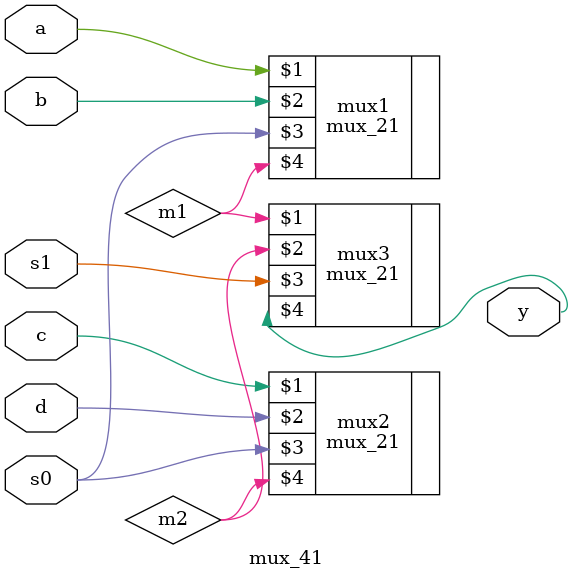
<source format=v>
`include "mux_21.v"
module mux_41(
    input  a,b,c,d,s0,s1,
    output  y);
wire m1,m2;
mux_21 mux1(a,b,s0,m1);
mux_21 mux2(c,d,s0,m2);
mux_21 mux3(m1,m2,s1,y);
endmodule
</source>
